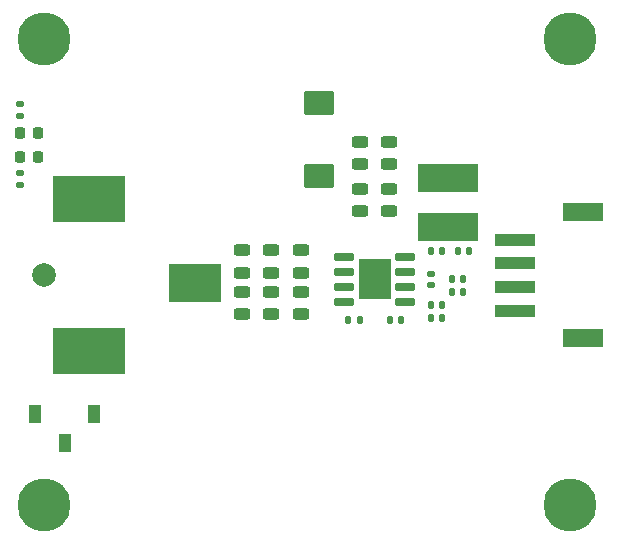
<source format=gts>
G04 #@! TF.GenerationSoftware,KiCad,Pcbnew,(6.0.7)*
G04 #@! TF.CreationDate,2022-10-06T12:21:05+01:00*
G04 #@! TF.ProjectId,NB3_power,4e42335f-706f-4776-9572-2e6b69636164,0.0.3*
G04 #@! TF.SameCoordinates,PX7bfa480PY7c37510*
G04 #@! TF.FileFunction,Soldermask,Top*
G04 #@! TF.FilePolarity,Negative*
%FSLAX46Y46*%
G04 Gerber Fmt 4.6, Leading zero omitted, Abs format (unit mm)*
G04 Created by KiCad (PCBNEW (6.0.7)) date 2022-10-06 12:21:05*
%MOMM*%
%LPD*%
G01*
G04 APERTURE LIST*
G04 Aperture macros list*
%AMRoundRect*
0 Rectangle with rounded corners*
0 $1 Rounding radius*
0 $2 $3 $4 $5 $6 $7 $8 $9 X,Y pos of 4 corners*
0 Add a 4 corners polygon primitive as box body*
4,1,4,$2,$3,$4,$5,$6,$7,$8,$9,$2,$3,0*
0 Add four circle primitives for the rounded corners*
1,1,$1+$1,$2,$3*
1,1,$1+$1,$4,$5*
1,1,$1+$1,$6,$7*
1,1,$1+$1,$8,$9*
0 Add four rect primitives between the rounded corners*
20,1,$1+$1,$2,$3,$4,$5,0*
20,1,$1+$1,$4,$5,$6,$7,0*
20,1,$1+$1,$6,$7,$8,$9,0*
20,1,$1+$1,$8,$9,$2,$3,0*%
G04 Aperture macros list end*
%ADD10C,4.500000*%
%ADD11RoundRect,0.243750X-0.456250X0.243750X-0.456250X-0.243750X0.456250X-0.243750X0.456250X0.243750X0*%
%ADD12RoundRect,0.147500X-0.147500X-0.172500X0.147500X-0.172500X0.147500X0.172500X-0.147500X0.172500X0*%
%ADD13RoundRect,0.135000X0.185000X-0.135000X0.185000X0.135000X-0.185000X0.135000X-0.185000X-0.135000X0*%
%ADD14RoundRect,0.243750X0.456250X-0.243750X0.456250X0.243750X-0.456250X0.243750X-0.456250X-0.243750X0*%
%ADD15RoundRect,0.218750X-0.218750X-0.256250X0.218750X-0.256250X0.218750X0.256250X-0.218750X0.256250X0*%
%ADD16RoundRect,0.250000X1.025000X-0.787500X1.025000X0.787500X-1.025000X0.787500X-1.025000X-0.787500X0*%
%ADD17RoundRect,0.135000X-0.185000X0.135000X-0.185000X-0.135000X0.185000X-0.135000X0.185000X0.135000X0*%
%ADD18C,2.000000*%
%ADD19R,4.400000X3.300000*%
%ADD20R,6.200000X3.900000*%
%ADD21R,1.000000X1.600000*%
%ADD22RoundRect,0.147500X0.147500X0.172500X-0.147500X0.172500X-0.147500X-0.172500X0.147500X-0.172500X0*%
%ADD23RoundRect,0.147500X0.172500X-0.147500X0.172500X0.147500X-0.172500X0.147500X-0.172500X-0.147500X0*%
%ADD24R,5.100000X2.350000*%
%ADD25R,3.505200X0.990600*%
%ADD26R,3.505200X1.600200*%
%ADD27R,2.710000X3.400000*%
%ADD28RoundRect,0.150000X-0.737500X-0.150000X0.737500X-0.150000X0.737500X0.150000X-0.737500X0.150000X0*%
G04 APERTURE END LIST*
D10*
X3250000Y2750000D03*
D11*
X32500000Y29525000D03*
X32500000Y27650000D03*
D12*
X36015000Y24250000D03*
X36985000Y24250000D03*
D13*
X1200000Y35740000D03*
X1200000Y36760000D03*
D14*
X25000000Y22462500D03*
X25000000Y24337500D03*
D15*
X1212500Y34250000D03*
X2787500Y34250000D03*
D16*
X26500000Y30637500D03*
X26500000Y36862500D03*
D10*
X47750000Y42250000D03*
D14*
X20000000Y22462500D03*
X20000000Y24337500D03*
X30000000Y31650000D03*
X30000000Y33525000D03*
D12*
X37765000Y20850000D03*
X38735000Y20850000D03*
D17*
X1200000Y30870000D03*
X1200000Y29850000D03*
D18*
X3250000Y22250000D03*
D19*
X16000000Y21600000D03*
D20*
X7050000Y28700000D03*
X7050000Y15800000D03*
D21*
X7500000Y10450000D03*
X5000000Y8050000D03*
X2500000Y10450000D03*
D22*
X38735000Y21950000D03*
X37765000Y21950000D03*
D11*
X20000000Y20837500D03*
X20000000Y18962500D03*
D10*
X47750000Y2750000D03*
D11*
X22500000Y20837500D03*
X22500000Y18962500D03*
D14*
X32500000Y31650000D03*
X32500000Y33525000D03*
D15*
X1212500Y32250000D03*
X2787500Y32250000D03*
D14*
X22500000Y22462500D03*
X22500000Y24337500D03*
D23*
X36000000Y21415000D03*
X36000000Y22385000D03*
D10*
X3250000Y42250000D03*
D12*
X38265000Y24250000D03*
X39235000Y24250000D03*
D22*
X36985000Y19750000D03*
X36015000Y19750000D03*
D11*
X30000000Y29525000D03*
X30000000Y27650000D03*
X25000000Y20837500D03*
X25000000Y18962500D03*
D22*
X36985000Y18650000D03*
X36015000Y18650000D03*
D24*
X37500000Y26325000D03*
X37500000Y30475000D03*
D12*
X29015000Y18450000D03*
X29985000Y18450000D03*
D22*
X33485000Y18450000D03*
X32515000Y18450000D03*
D25*
X43110598Y19250000D03*
X43110598Y21249998D03*
X43110598Y23249999D03*
X43110598Y25249998D03*
D26*
X48860600Y27599998D03*
X48860600Y16899999D03*
D27*
X31250000Y21900000D03*
D28*
X28687500Y23805000D03*
X28687500Y22535000D03*
X28687500Y21265000D03*
X28687500Y19995000D03*
X33812500Y19995000D03*
X33812500Y21265000D03*
X33812500Y22535000D03*
X33812500Y23805000D03*
M02*

</source>
